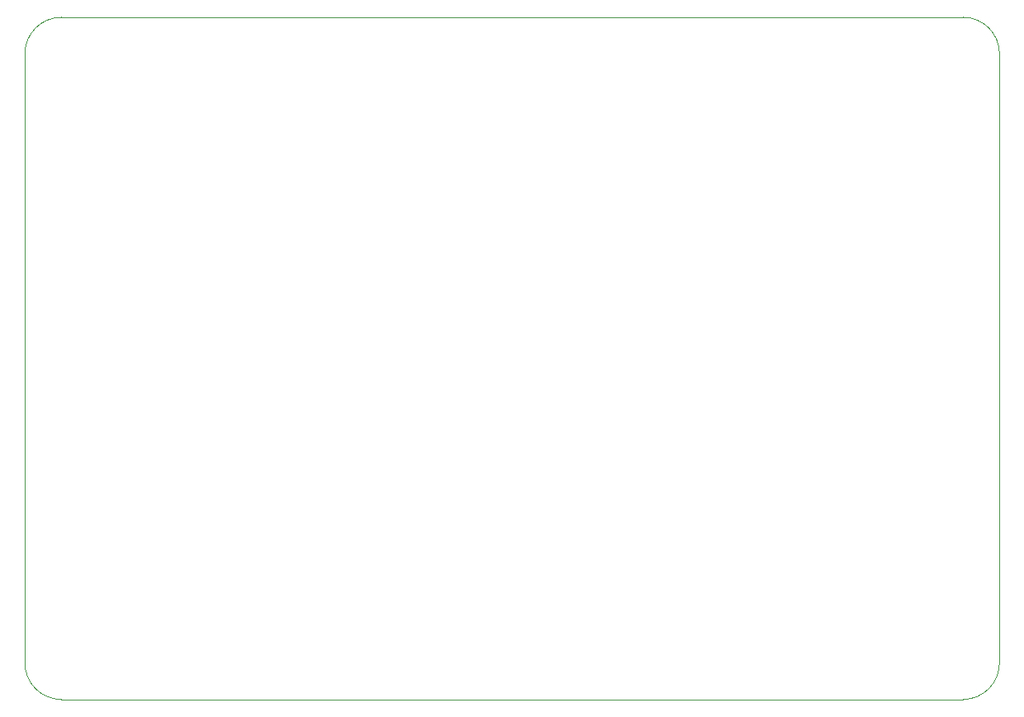
<source format=gbr>
%TF.GenerationSoftware,KiCad,Pcbnew,8.0.5*%
%TF.CreationDate,2024-12-17T17:43:05+01:00*%
%TF.ProjectId,ElonMux,456c6f6e-4d75-4782-9e6b-696361645f70,1.1*%
%TF.SameCoordinates,Original*%
%TF.FileFunction,Profile,NP*%
%FSLAX46Y46*%
G04 Gerber Fmt 4.6, Leading zero omitted, Abs format (unit mm)*
G04 Created by KiCad (PCBNEW 8.0.5) date 2024-12-17 17:43:05*
%MOMM*%
%LPD*%
G01*
G04 APERTURE LIST*
%TA.AperFunction,Profile*%
%ADD10C,0.100000*%
%TD*%
G04 APERTURE END LIST*
D10*
X113500000Y-58500000D02*
G75*
G02*
X117250000Y-54750000I3750000J0D01*
G01*
X113500000Y-121000000D02*
X113500000Y-58500000D01*
X213500000Y-120950000D02*
G75*
G02*
X209775001Y-124750250I-3750000J-50000D01*
G01*
X213500000Y-58450000D02*
X213500000Y-120950000D01*
X117250000Y-54750000D02*
X209775000Y-54750000D01*
X209775000Y-54750000D02*
G75*
G02*
X213499916Y-58450001I0J-3725000D01*
G01*
X117250000Y-124750000D02*
G75*
G02*
X113500000Y-121000000I0J3750000D01*
G01*
X209775000Y-124750000D02*
X117250000Y-124750000D01*
M02*

</source>
